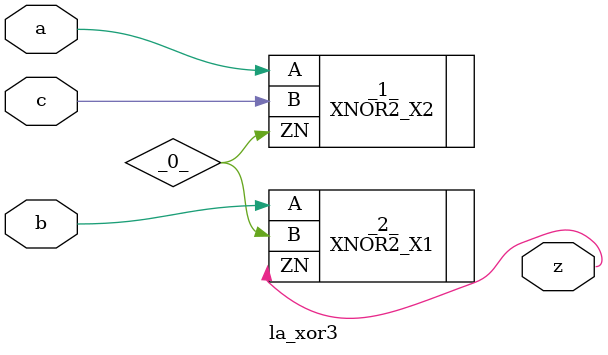
<source format=v>

/* Generated by Yosys 0.37 (git sha1 a5c7f69ed, clang 14.0.0-1ubuntu1.1 -fPIC -Os) */

module la_xor3(a, b, c, z);
  wire _0_;
  input a;
  wire a;
  input b;
  wire b;
  input c;
  wire c;
  output z;
  wire z;
  XNOR2_X2 _1_ (
    .A(a),
    .B(c),
    .ZN(_0_)
  );
  XNOR2_X1 _2_ (
    .A(b),
    .B(_0_),
    .ZN(z)
  );
endmodule

</source>
